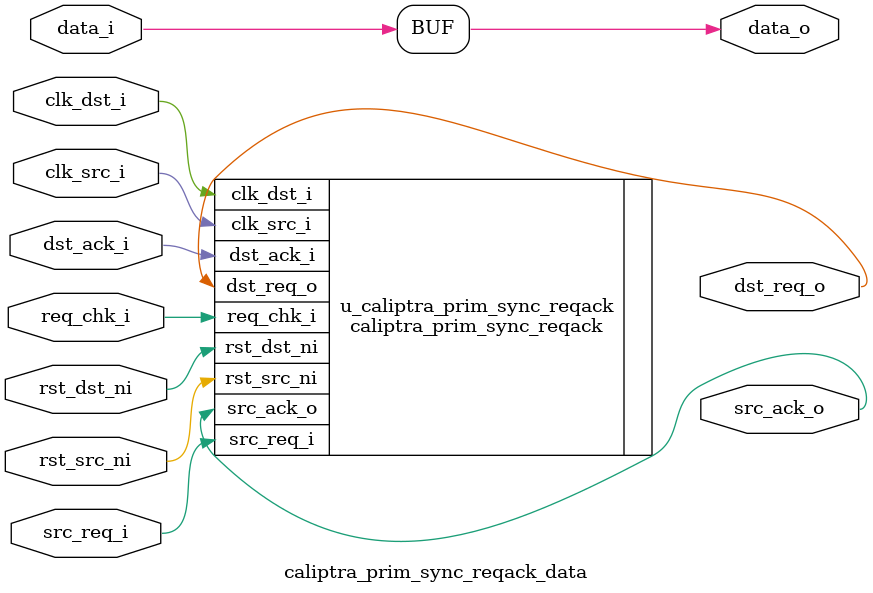
<source format=sv>

`include "caliptra_prim_assert.sv"

module caliptra_prim_sync_reqack_data #(
  parameter int unsigned Width       = 1,
  parameter bit          EnRstChks   = 1'b0, // Enable reset-related assertion checks, disabled by
                                             // default.
  parameter bit          DataSrc2Dst = 1'b1, // Direction of data flow: 1'b1 = SRC to DST,
                                             //                         1'b0 = DST to SRC
  parameter bit          DataReg     = 1'b0, // Enable optional register stage for data,
                                             // only usable with DataSrc2Dst == 1'b0.
  parameter bit          EnRzHs      = 1'b0  // By Default, we the faster NRZ handshake protocol
                                             // (EnRzHs = 0) is used. Enable the RZ handshake
                                             // protocol if the FSMs need to be partial-reset-safe.
) (
  input  clk_src_i,       // REQ side, SRC domain
  input  rst_src_ni,      // REQ side, SRC domain
  input  clk_dst_i,       // ACK side, DST domain
  input  rst_dst_ni,      // ACK side, DST domain

  input  logic req_chk_i, // Used for gating assertions. Drive to 1 during normal operation.

  input  logic src_req_i, // REQ side, SRC domain
  output logic src_ack_o, // REQ side, SRC domain
  output logic dst_req_o, // ACK side, DST domain
  input  logic dst_ack_i, // ACK side, DST domain

  input  logic [Width-1:0] data_i,
  output logic [Width-1:0] data_o
);

  ////////////////////////////////////
  // REQ/ACK synchronizer primitive //
  ////////////////////////////////////
  caliptra_prim_sync_reqack #(
    .EnRstChks(EnRstChks),
    .EnRzHs(EnRzHs)
  ) u_caliptra_prim_sync_reqack (
    .clk_src_i,
    .rst_src_ni,
    .clk_dst_i,
    .rst_dst_ni,

    .req_chk_i,

    .src_req_i,
    .src_ack_o,
    .dst_req_o,
    .dst_ack_i
  );

  /////////////////////////
  // Data register stage //
  /////////////////////////
  // Optional - Only relevant if the data flows from DST to SRC. In this case, it must be ensured
  // that the data remains stable until the ACK becomes visible in the SRC domain.
  //
  // Note that for larger data widths, it is recommended to adjust the data sender to hold the data
  // stable until the next REQ in order to save the cost of this register stage.
  if (DataSrc2Dst == 1'b0 && DataReg == 1'b1) begin : gen_data_reg
    logic             data_we;
    logic [Width-1:0] data_d, data_q;

    // Sample the data when seing the REQ/ACK handshake in the DST domain.
    assign data_we = dst_req_o & dst_ack_i;
    assign data_d  = data_i;
    always_ff @(posedge clk_dst_i or negedge rst_dst_ni) begin
      if (!rst_dst_ni) begin
        data_q <= '0;
      end else if (data_we) begin
        data_q <= data_d;
      end
    end
    assign data_o = data_q;

  end else begin : gen_no_data_reg
    // Just feed through the data.
    assign data_o = data_i;
  end

  ////////////////
  // Assertions //
  ////////////////
  if (DataSrc2Dst == 1'b1) begin : gen_assert_data_src2dst
`ifdef INC_CALIPTRA_ASSERT
    //VCS coverage off
    // pragma coverage off
    logic effective_rst_n;
    assign effective_rst_n = rst_src_ni && rst_dst_ni;

    logic chk_flag_d, chk_flag_q;
    assign chk_flag_d = src_req_i && !chk_flag_q ? 1'b1 : chk_flag_q;

    always_ff @(posedge clk_src_i or negedge effective_rst_n) begin
      if (!effective_rst_n) begin
        chk_flag_q <= '0;
      end else begin
        chk_flag_q <= chk_flag_d;
      end
    end
    //VCS coverage on
    // pragma coverage on

    // SRC domain cannot change data while waiting for ACK.
    `CALIPTRA_ASSERT(SyncReqAckDataHoldSrc2Dst, !$stable(data_i) && chk_flag_q |->
        (!src_req_i || (src_req_i && src_ack_o)),
        clk_src_i, !rst_src_ni || !rst_dst_ni || !chk_flag_q)

    // Register stage cannot be used.
    `CALIPTRA_ASSERT_INIT(SyncReqAckDataReg, DataSrc2Dst && !DataReg)
`endif
  end else if (DataSrc2Dst == 1'b0 && DataReg == 1'b0) begin : gen_assert_data_dst2src
    // DST domain shall not change data while waiting for SRC domain to latch it (together with
    // receiving ACK). It takes 2 SRC cycles for ACK to cross over from DST to SRC, and 1 SRC cycle
    // for the next REQ to cross over from SRC to DST.
    //
    // Denote the src clock where REQ & ACK as time zero. The data flowing through the CDC could be
    // corrupted if data_o was not stable over the previous 2 clock cycles (so we want to check time
    // points -2, -1 and 0). Moreover, the DST domain cannot know that it is allowed to change value
    // until at least one more SRC cycle (the time taken for REQ to cross back from SRC to DST).
    //
    // To make this assertion, we will sample at each of 4 time points (-2, -1, 0 and +1), asserting
    // that data_o is equal at each of these times. Note this won't detect glitches at intermediate
    // timepoints.
    //
    // The SVAs below are designed not to consume time, which means that they can be disabled with
    // an $assertoff(..) and won't linger to fail later. This wouldn't work properly if we used
    // something like |=> instead of the $past(...) function. That means that we have to trigger at
    // the "end" of the window. To make sure we don't miss a situation where the value changed at
    // time -1 (causing corruption), but reset was asserted between time 0 and 1, we split the
    // assertion into two pieces. The first (SyncReqAckDataHoldDst2SrcA) checks that data doesn't
    // change in a way that could cause data corruption. The second (SyncReqAckDataHoldDst2SrcB)
    // checks that the DST side doesn't do anything that it shouldn't know is safe.
`ifdef INC_CALIPTRA_ASSERT
    //VCS coverage off
    // pragma coverage off
    logic effective_rst_n;
    assign effective_rst_n = rst_src_ni && rst_dst_ni;

    logic chk_flag_d, chk_flag_q;
    assign chk_flag_d = src_req_i && !chk_flag_q ? 1'b1 : chk_flag_q;

    always_ff @(posedge clk_src_i or negedge effective_rst_n) begin
      if (!effective_rst_n) begin
        chk_flag_q <= '0;
      end else begin
        chk_flag_q <= chk_flag_d;
      end
    end
    //VCS coverage on
    // pragma coverage on

    `CALIPTRA_ASSERT(SyncReqAckDataHoldDst2SrcA,
            chk_flag_q && src_req_i && src_ack_o |->
            $past(data_o, 2) == data_o && $past(data_o) == data_o,
            clk_src_i, !rst_src_ni || !rst_dst_ni || !chk_flag_q)
    `CALIPTRA_ASSERT(SyncReqAckDataHoldDst2SrcB,
            chk_flag_q && $past(src_req_i && src_ack_o) |-> $past(data_o) == data_o,
            clk_src_i, !rst_src_ni || !rst_dst_ni || !chk_flag_q)
`endif
  end

endmodule

</source>
